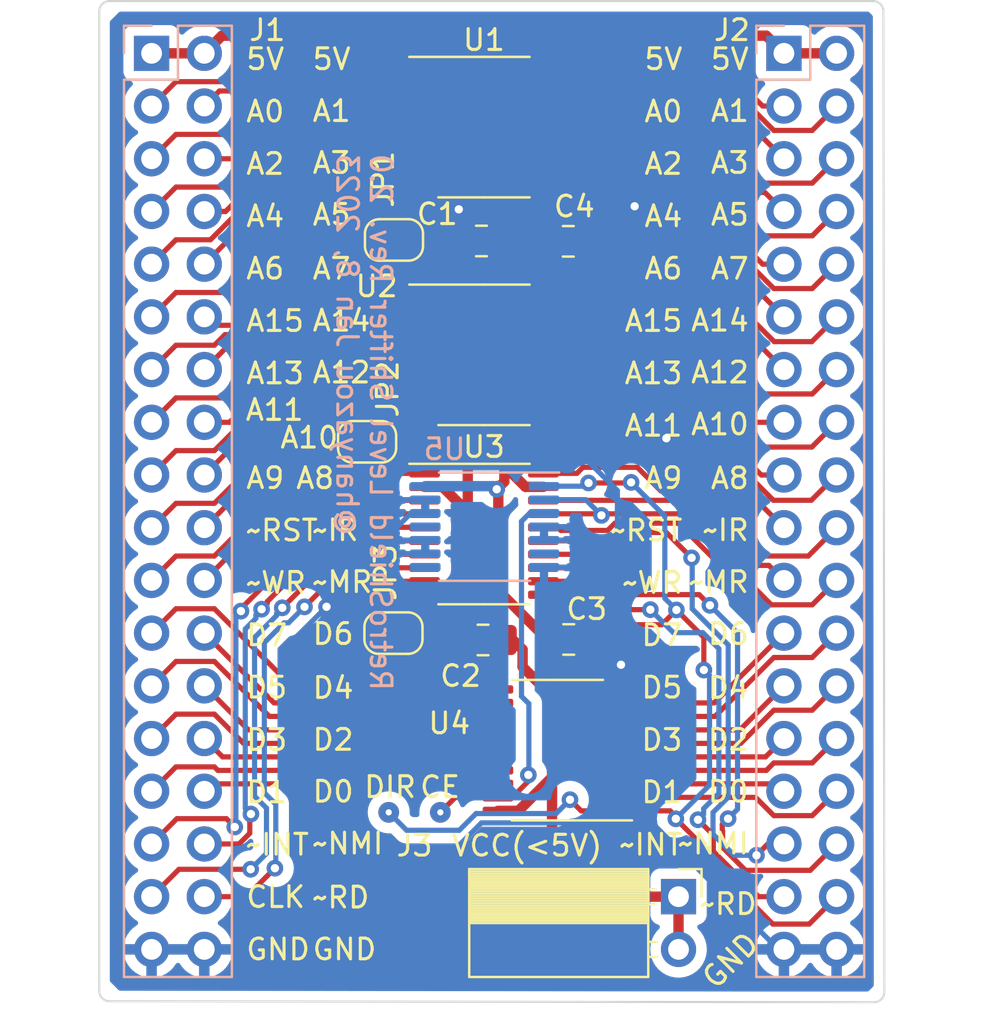
<source format=kicad_pcb>
(kicad_pcb (version 20211014) (generator pcbnew)
  (layers (0 "F.Cu" signal) (31 "B.Cu" signal) (34 "B.Paste" user) (35 "F.Paste" user) (36 "B.SilkS" user "B.Silkscreen") (37 "F.SilkS" user "F.Silkscreen") (38 "B.Mask" user) (39 "F.Mask" user) (44 "Edge.Cuts" user))
  (net 0 "")
  (net 1 "GND")
  (net 2 "+5V")
  (net 3 "A0_5V")
  (net 4 "A2_5V")
  (net 5 "A4_5V")
  (net 6 "A6_5V")
  (net 7 "A15_5V")
  (net 8 "A13_5V")
  (net 9 "A11_5V")
  (net 10 "A9_5V")
  (net 11 "~RESET_5V")
  (net 12 "~WR_5V")
  (net 13 "D7_5V")
  (net 14 "D5_5V")
  (net 15 "D3_5V")
  (net 16 "D1_5V")
  (net 17 "~INT_5V")
  (net 18 "CLK_5V")
  (net 19 "~RD_5V")
  (net 20 "~NMI_5V")
  (net 21 "D0_5V")
  (net 22 "D2_5V")
  (net 23 "D4_5V")
  (net 24 "D6_5V")
  (net 25 "~MREQ_5V")
  (net 26 "~IORQ_5V")
  (net 27 "A8_5V")
  (net 28 "A10_5V")
  (net 29 "A12_5V")
  (net 30 "A14_5V")
  (net 31 "A7_5V")
  (net 32 "A5_5V")
  (net 33 "A3_5V")
  (net 34 "A1_5V")
  (net 35 "A0")
  (net 36 "A2")
  (net 37 "A4")
  (net 38 "A6")
  (net 39 "A15")
  (net 40 "A13")
  (net 41 "A11")
  (net 42 "A9")
  (net 43 "~RESET")
  (net 44 "~WR")
  (net 45 "D7")
  (net 46 "D5")
  (net 47 "D3")
  (net 48 "D1")
  (net 49 "~INT")
  (net 50 "CLK")
  (net 51 "~RD")
  (net 52 "~NMI")
  (net 53 "D0")
  (net 54 "D2")
  (net 55 "D4")
  (net 56 "D6")
  (net 57 "~MREQ")
  (net 58 "~IORQ")
  (net 59 "A8")
  (net 60 "A10")
  (net 61 "A12")
  (net 62 "A14")
  (net 63 "A7")
  (net 64 "A5")
  (net 65 "A3")
  (net 66 "A1")
  (net 67 "+3V3")
  (net 68 "ENABLE1")
  (net 69 "ENABLE2")
  (net 70 "ENABLE3")
  (net 71 "~CE")
  (footprint "Connector_PinSocket_2.54mm:PinSocket_1x02_P2.54mm_Horizontal" (layer "F.Cu") (at 78.2 84.84)
    (fp_text reference "J3")
    (fp_text value "Conn_01x02")
  )
  (footprint "Jumper:SolderJumper-2_P1.3mm_Bridged_RoundedPad1.0x1.5mm" (layer "F.Cu") (at 63.1886 62.9198)
    (fp_text reference "JP2")
    (fp_text value "Jumper_2_Bridged")
  )
  (footprint "Capacitor_SMD:C_0805_2012Metric_Pad1.18x1.45mm_HandSolder" (layer "F.Cu") (at 68.7004 53.2424 180)
    (fp_text reference "C1")
    (fp_text value "100nF")
  )
  (footprint "Capacitor_SMD:C_0805_2012Metric_Pad1.18x1.45mm_HandSolder" (layer "F.Cu") (at 72.9075 72.446)
    (fp_text reference "C3")
    (fp_text value "100nF")
  )
  (footprint "Package_SO:TSSOP-20_4.4x6.5mm_P0.65mm" (layer "F.Cu") (at 68.822 58.73)
    (fp_text reference "U2")
    (fp_text value "TXS0108EPW")
  )
  (footprint "Capacitor_SMD:C_0805_2012Metric_Pad1.18x1.45mm_HandSolder" (layer "F.Cu") (at 68.7766 72.4702 180)
    (fp_text reference "C2")
    (fp_text value "100nF")
  )
  (footprint "Capacitor_SMD:C_0805_2012Metric_Pad1.18x1.45mm_HandSolder" (layer "F.Cu") (at 72.886 53.259)
    (fp_text reference "C4")
    (fp_text value "100nF")
  )
  (footprint "Jumper:SolderJumper-2_P1.3mm_Bridged_RoundedPad1.0x1.5mm" (layer "F.Cu") (at 64.4586 72.14)
    (fp_text reference "JP3")
    (fp_text value "Jumper_2_Bridged")
  )
  (footprint "Jumper:SolderJumper-2_P1.3mm_Bridged_RoundedPad1.0x1.5mm" (layer "F.Cu") (at 64.484 53.1916)
    (fp_text reference "JP1")
    (fp_text value "Jumper_2_Bridged")
  )
  (footprint "Package_SO:TSSOP-20_4.4x6.5mm_P0.65mm" (layer "F.Cu") (at 68.822 47.756)
    (fp_text reference "U1")
    (fp_text value "TXS0108EPW")
  )
  (footprint "Package_SO:TSSOP-20_4.4x6.5mm_P0.65mm" (layer "F.Cu") (at 68.822 67.366)
    (fp_text reference "U3")
    (fp_text value "TXS0108EPW")
  )
  (footprint "Package_SO:TSSOP-20_4.4x6.5mm_P0.65mm" (layer "F.Cu") (at 72.358 77.7788 180)
    (fp_text reference "U4")
    (fp_text value "74VHCV245FT")
  )
  (footprint "Connector_PinSocket_2.54mm:PinSocket_2x18_P2.54mm_Vertical" (layer "B.Cu") (at 52.8 44.2 180)
    (fp_text reference "J1")
    (fp_text value "Conn_02x18_Odd_Even")
  )
  (footprint "Package_SO:TSSOP-14_4.4x5mm_P0.65mm" (layer "B.Cu") (at 68.8528 67.0092 180)
    (fp_text reference "U5")
    (fp_text value "74HC08")
  )
  (footprint "Connector_PinSocket_2.54mm:PinSocket_2x18_P2.54mm_Vertical" (layer "B.Cu") (at 83.28 44.2 180)
    (fp_text reference "J2")
    (fp_text value "Conn_02x18_Odd_Even")
  )
  (gr_line (start 50.776 41.68) (end 87.576 41.68) (layer "Edge.Cuts") (width 0.1))
  (gr_line (start 88.076 42.18) (end 88.122447 89.426447) (layer "Edge.Cuts") (width 0.1))
  (gr_arc (start 50.776 89.88) (mid 50.422494 89.733534) (end 50.276 89.38) (layer "Edge.Cuts") (width 0.1))
  (gr_line (start 87.622447 89.926447) (end 50.776 89.88) (layer "Edge.Cuts") (width 0.1))
  (gr_line (start 50.276 89.38) (end 50.276 42.18) (layer "Edge.Cuts") (width 0.1))
  (gr_arc (start 88.122447 89.426447) (mid 87.976 89.78) (end 87.622447 89.926447) (layer "Edge.Cuts") (width 0.1))
  (gr_arc (start 50.276 42.18) (mid 50.42246 41.82646) (end 50.776 41.68) (layer "Edge.Cuts") (width 0.1))
  (gr_arc (start 87.576 41.68) (mid 87.9296 41.826427) (end 88.076 42.18) (layer "Edge.Cuts") (width 0.1))
  (gr_text "RetroShield Level Shifter Rev. 2.0\n@hanyazou Jan 8, 2023" (at 63.0362 48.9498 -90) (layer "B.SilkS") (effects (font (size 1 1)) (justify right mirror)))
  (gr_text "GND" (at 81.8576 86.7704 45) (layer "F.SilkS") (effects (font (size 1 1)) (justify right)))
  (gr_text "A5" (at 60.476 51.98) (layer "F.SilkS") (effects (font (size 1 1)) (justify left)))
  (gr_text "D2" (at 60.476 77.28) (layer "F.SilkS") (effects (font (size 1 1)) (justify left)))
  (gr_text "A4" (at 78.476 52.050587) (layer "F.SilkS") (effects (font (size 1 1)) (justify right)))
  (gr_text "A3" (at 81.676 49.48) (layer "F.SilkS") (effects (font (size 1 1)) (justify right)))
  (gr_text "5V" (at 57.276 44.48) (layer "F.SilkS") (effects (font (size 1 1)) (justify left)))
  (gr_text "~WR" (at 57.276 69.71529) (layer "F.SilkS") (effects (font (size 1 1)) (justify left)))
  (gr_text "D6" (at 60.476 72.18) (layer "F.SilkS") (effects (font (size 1 1)) (justify left)))
  (gr_text "A4" (at 57.276 52.050587) (layer "F.SilkS") (effects (font (size 1 1)) (justify left)))
  (gr_text "A7" (at 81.676 54.58) (layer "F.SilkS") (effects (font (size 1 1)) (justify right)))
  (gr_text "A13" (at 57.276 59.621174) (layer "F.SilkS") (effects (font (size 1 1)) (justify left)))
  (gr_text "A10" (at 58.9214 62.7166) (layer "F.SilkS") (effects (font (size 1 1)) (justify left)))
  (gr_text "~RD" (at 60.476 84.88) (layer "F.SilkS") (effects (font (size 1 1)) (justify left)))
  (gr_text "A9" (at 57.276 64.668232) (layer "F.SilkS") (effects (font (size 1 1)) (justify left)))
  (gr_text "DIR" (at 62.96 79.5568) (layer "F.SilkS") (effects (font (size 1 1)) (justify left)))
  (gr_text "D0" (at 60.476 79.78) (layer "F.SilkS") (effects (font (size 1 1)) (justify left)))
  (gr_text "D1" (at 78.476 79.809406) (layer "F.SilkS") (effects (font (size 1 1)) (justify right)))
  (gr_text "A8" (at 81.676 64.68) (layer "F.SilkS") (effects (font (size 1 1)) (justify right)))
  (gr_text "~WR" (at 78.476 69.71529) (layer "F.SilkS") (effects (font (size 1 1)) (justify right)))
  (gr_text "~INT" (at 78.476 82.332935) (layer "F.SilkS") (effects (font (size 1 1)) (justify right)))
  (gr_text "VCC(<5V)" (at 67.176 82.38) (layer "F.SilkS") (effects (font (size 1 1)) (justify left)))
  (gr_text "~IR" (at 81.676 67.18) (layer "F.SilkS") (effects (font (size 1 1)) (justify right)))
  (gr_text "~RD" (at 82.0608 85.1956) (layer "F.SilkS") (effects (font (size 1 1)) (justify right)))
  (gr_text "A3" (at 60.476 49.48) (layer "F.SilkS") (effects (font (size 1 1)) (justify left)))
  (gr_text "~NMI" (at 60.476 82.28) (layer "F.SilkS") (effects (font (size 1 1)) (justify left)))
  (gr_text "D7" (at 78.476 72.238819) (layer "F.SilkS") (effects (font (size 1 1)) (justify right)))
  (gr_text "A2" (at 57.276 49.527058) (layer "F.SilkS") (effects (font (size 1 1)) (justify left)))
  (gr_text "D4" (at 60.476 74.78) (layer "F.SilkS") (effects (font (size 1 1)) (justify left)))
  (gr_text "5V" (at 60.476 44.48) (layer "F.SilkS") (effects (font (size 1 1)) (justify left)))
  (gr_text "5V" (at 81.676 44.48) (layer "F.SilkS") (effects (font (size 1 1)) (justify right)))
  (gr_text "5V" (at 78.476 44.48) (layer "F.SilkS") (effects (font (size 1 1)) (justify right)))
  (gr_text "~IR" (at 60.476 67.18) (layer "F.SilkS") (effects (font (size 1 1)) (justify left)))
  (gr_text "CE" (at 65.6524 79.5568) (layer "F.SilkS") (effects (font (size 1 1)) (justify left)))
  (gr_text "~NMI" (at 81.676 82.28) (layer "F.SilkS") (effects (font (size 1 1)) (justify right)))
  (gr_text "D6" (at 81.676 72.18) (layer "F.SilkS") (effects (font (size 1 1)) (justify right)))
  (gr_text "A0" (at 57.276 47.003529) (layer "F.SilkS") (effects (font (size 1 1)) (justify left)))
  (gr_text "A15" (at 78.476 57.097645) (layer "F.SilkS") (effects (font (size 1 1)) (justify right)))
  (gr_text "~RST" (at 78.476 67.191761) (layer "F.SilkS") (effects (font (size 1 1)) (justify right)))
  (gr_text "A1" (at 81.676 46.98) (layer "F.SilkS") (effects (font (size 1 1)) (justify right)))
  (gr_text "A11" (at 78.476 62.144703) (layer "F.SilkS") (effects (font (size 1 1)) (justify right)))
  (gr_text "D5" (at 57.276 74.762348) (layer "F.SilkS") (effects (font (size 1 1)) (justify left)))
  (gr_text "A2" (at 78.476 49.527058) (layer "F.SilkS") (effects (font (size 1 1)) (justify right)))
  (gr_text "A14" (at 60.476 57.08) (layer "F.SilkS") (effects (font (size 1 1)) (justify left)))
  (gr_text "GND" (at 60.476 87.38) (layer "F.SilkS") (effects (font (size 1 1)) (justify left)))
  (gr_text "A9" (at 78.476 64.668232) (layer "F.SilkS") (effects (font (size 1 1)) (justify right)))
  (gr_text "CLK" (at 57.276 84.856464) (layer "F.SilkS") (effects (font (size 1 1)) (justify left)))
  (gr_text "~RST" (at 57.276 67.191761) (layer "F.SilkS") (effects (font (size 1 1)) (justify left)))
  (gr_text "A8" (at 59.6834 64.6724) (layer "F.SilkS") (effects (font (size 1 1)) (justify left)))
  (gr_text "A7" (at 60.476 54.58) (layer "F.SilkS") (effects (font (size 1 1)) (justify left)))
  (gr_text "A5" (at 81.676 51.98) (layer "F.SilkS") (effects (font (size 1 1)) (justify right)))
  (gr_text "A12" (at 81.676 59.58) (layer "F.SilkS") (effects (font (size 1 1)) (justify right)))
  (gr_text "A6" (at 57.276 54.574116) (layer "F.SilkS") (effects (font (size 1 1)) (justify left)))
  (gr_text "D5" (at 78.476 74.762348) (layer "F.SilkS") (effects (font (size 1 1)) (justify right)))
  (gr_text "GND" (at 57.276 87.38) (layer "F.SilkS") (effects (font (size 1 1)) (justify left)))
  (gr_text "A15" (at 57.276 57.097645) (layer "F.SilkS") (effects (font (size 1 1)) (justify left)))
  (gr_text "A0" (at 78.476 47.003529) (layer "F.SilkS") (effects (font (size 1 1)) (justify right)))
  (gr_text "A12" (at 60.476 59.58) (layer "F.SilkS") (effects (font (size 1 1)) (justify left)))
  (gr_text "A13" (at 78.476 59.621174) (layer "F.SilkS") (effects (font (size 1 1)) (justify right)))
  (gr_text "~MR" (at 81.676 69.68) (layer "F.SilkS") (effects (font (size 1 1)) (justify right)))
  (gr_text "D3" (at 57.276 77.285877) (layer "F.SilkS") (effects (font (size 1 1)) (justify left)))
  (gr_text "~MR" (at 60.476 69.68) (layer "F.SilkS") (effects (font (size 1 1)) (justify left)))
  (gr_text "D3" (at 78.476 77.285877) (layer "F.SilkS") (effects (font (size 1 1)) (justify right)))
  (gr_text "~INT" (at 57.276 82.332935) (layer "F.SilkS") (effects (font (size 1 1)) (justify left)))
  (gr_text "D2" (at 81.676 77.28) (layer "F.SilkS") (effects (font (size 1 1)) (justify right)))
  (gr_text "A14" (at 81.676 57.08) (layer "F.SilkS") (effects (font (size 1 1)) (justify right)))
  (gr_text "D7" (at 57.276 72.238819) (layer "F.SilkS") (effects (font (size 1 1)) (justify left)))
  (gr_text "A11" (at 57.2506 61.382703) (layer "F.SilkS") (effects (font (size 1 1)) (justify left)))
  (gr_text "D0" (at 81.676 79.78) (layer "F.SilkS") (effects (font (size 1 1)) (justify right)))
  (gr_text "D4" (at 81.676 74.78) (layer "F.SilkS") (effects (font (size 1 1)) (justify right)))
  (gr_text "A1" (at 60.476 46.98) (layer "F.SilkS") (effects (font (size 1 1)) (justify left)))
  (gr_text "A6" (at 78.476 54.574116) (layer "F.SilkS") (effects (font (size 1 1)) (justify right)))
  (gr_text "D1" (at 57.276 79.809406) (layer "F.SilkS") (effects (font (size 1 1)) (justify left)))
  (gr_text "A10" (at 81.676 62.08) (layer "F.SilkS") (effects (font (size 1 1)) (justify right)))
  (segment (start 73.557 70.291) (end 73.945 70.679) (width 0.25) (layer "F.Cu") (net 1))
  (segment (start 77.3658 74.8538) (end 77.7936 74.426) (width 0.5) (layer "F.Cu") (net 1))
  (segment (start 61.2328 70.87) (end 61.2328 72.4194) (width 0.25) (layer "F.Cu") (net 1))
  (segment (start 75.2205 74.8538) (end 77.3658 74.8538) (width 0.5) (layer "F.Cu") (net 1))
  (segment (start 71.6845 61.655) (end 76.519 61.655) (width 0.25) (layer "F.Cu") (net 1))
  (segment (start 66.4437 73.7656) (end 67.7391 72.4702) (width 0.25) (layer "F.Cu") (net 1))
  (segment (start 73.0478 50.681) (end 73.9235 51.5567) (width 0.25) (layer "F.Cu") (net 1))
  (segment (start 71.6845 50.681) (end 73.0478 50.681) (width 0.25) (layer "F.Cu") (net 1))
  (segment (start 73.945 70.679) (end 73.945 72.446) (width 0.25) (layer "F.Cu") (net 1))
  (segment (start 77.7936 74.426) (end 77.7936 74.0196) (width 0.5) (layer "F.Cu") (net 1))
  (segment (start 74.208 72.446) (end 75.426 73.664) (width 0.25) (layer "F.Cu") (net 1))
  (segment (start 73.9235 53.259) (end 74.397 53.259) (width 0.25) (layer "F.Cu") (net 1))
  (segment (start 73.9235 51.5567) (end 73.9235 53.259) (width 0.25) (layer "F.Cu") (net 1))
  (segment (start 61.2328 72.4194) (end 62.579 73.7656) (width 0.25) (layer "F.Cu") (net 1))
  (segment (start 77.438 73.664) (end 75.426 73.664) (width 0.5) (layer "F.Cu") (net 1))
  (segment (start 62.579 73.7656) (end 66.4437 73.7656) (width 0.25) (layer "F.Cu") (net 1))
  (segment (start 71.6845 70.291) (end 73.557 70.291) (width 0.25) (layer "F.Cu") (net 1))
  (segment (start 67.6082 53.1877) (end 67.6629 53.2424) (width 0.25) (layer "F.Cu") (net 1))
  (segment (start 73.945 72.446) (end 74.208 72.446) (width 0.25) (layer "F.Cu") (net 1))
  (segment (start 77.7936 74.0196) (end 77.438 73.664) (width 0.5) (layer "F.Cu") (net 1))
  (segment (start 67.6082 51.7184) (end 67.6082 53.1877) (width 0.25) (layer "F.Cu") (net 1))
  (segment (start 76.519 61.655) (end 77.614 62.75) (width 0.25) (layer "F.Cu") (net 1))
  (segment (start 74.397 53.259) (end 76.085 51.571) (width 0.25) (layer "F.Cu") (net 1))
  (via (at 67.6082 51.7184) (size 0.8) (drill 0.4) (layers "F.Cu" "B.Cu") (net 1))
  (via (at 77.614 62.75) (size 0.8) (drill 0.4) (layers "F.Cu" "B.Cu") (net 1))
  (via (at 61.2328 70.87) (size 0.8) (drill 0.4) (layers "F.Cu" "B.Cu") (net 1))
  (via (at 75.426 73.664) (size 0.8) (drill 0.4) (layers "F.Cu" "B.Cu") (net 1))
  (via (at 76.085 51.571) (size 0.8) (drill 0.4) (layers "F.Cu" "B.Cu") (net 1))
  (segment (start 58.676 87.38) (end 55.34 87.38) (width 0.25) (layer "B.Cu") (net 1))
  (segment (start 73.394 62.996) (end 73.394 63.8542) (width 0.25) (layer "B.Cu") (net 1))
  (segment (start 61.2328 70.87) (end 63.7936 68.3092) (width 0.25) (layer "B.Cu") (net 1))
  (segment (start 61.2328 70.87) (end 59.8612 72.2416) (width 0.25) (layer "B.Cu") (net 1))
  (segment (start 62.068 83.988) (end 61.3514 84.7046) (width 0.25) (layer "B.Cu") (net 1))
  (segment (start 73.394 81.284) (end 74.0344 80.6436) (width 0.25) (layer "B.Cu") (net 1))
  (segment (start 75.2536 65.2693) (end 75.2536 67.9636) (width 0.25) (layer "B.Cu") (net 1))
  (segment (start 68.0146 51.312) (end 75.826 51.312) (width 0.25) (layer "B.Cu") (net 1))
  (segment (start 52.8 87.38) (end 55.34 87.38) (width 0.25) (layer "B.Cu") (net 1))
  (segment (start 64.4436 66.186) (end 64.9204 65.7092) (width 0.25) (layer "B.Cu") (net 1))
  (segment (start 73.8385 63.8542) (end 75.2536 65.2693) (width 0.25) (layer "B.Cu") (net 1))
  (segment (start 61.3514 83.374495) (end 61.3514 84.7046) (width 0.25) (layer "B.Cu") (net 1))
  (segment (start 59.8612 72.2416) (end 59.8612 81.884295) (width 0.25) (layer "B.Cu") (net 1))
  (segment (start 73.394 69.8232) (end 73.394 75.188) (width 0.25) (layer "B.Cu") (net 1))
  (segment (start 74.0852 62.3048) (end 73.394 62.996) (width 0.25) (layer "B.Cu") (net 1))
  (segment (start 73.008 67.6592) (end 71.7153 67.6592) (width 0.25) (layer "B.Cu") (net 1))
  (segment (start 68.7004 81.284) (end 65.9964 83.988) (width 0.25) (layer "B.Cu") (net 1))
  (segment (start 61.3514 84.7046) (end 58.676 87.38) (width 0.25) (layer "B.Cu") (net 1))
  (segment (start 73.394 81.284) (end 76.920695 81.284) (width 0.25) (layer "B.Cu") (net 1))
  (segment (start 75.2536 67.9636) (end 73.394 69.8232) (width 0.25) (layer "B.Cu") (net 1))
  (segment (start 73.394 67.2324) (end 73.1708 67.0092) (width 0.25) (layer "B.Cu") (net 1))
  (segment (start 73.394 68.0452) (end 73.008 67.6592) (width 0.25) (layer "B.Cu") (net 1))
  (segment (start 77.614 62.75) (end 75.7028 62.75) (width 0.25) (layer "B.Cu") (net 1))
  (segment (start 72.9364 68.9592) (end 71.7153 68.9592) (width 0.25) (layer "B.Cu") (net 1))
  (segment (start 73.394 69.4168) (end 73.394 68.7056) (width 0.25) (layer "B.Cu") (net 1))
  (segment (start 64.4436 67.217359) (end 65.301759 66.3592) (width 0.25) (layer "B.Cu") (net 1))
  (segment (start 74.0344 75.8284) (end 73.394 75.188) (width 0.25) (layer "B.Cu") (net 1))
  (segment (start 75.826 51.312) (end 76.085 51.571) (width 0.25) (layer "B.Cu") (net 1))
  (segment (start 74.0852 53.5708) (end 74.0852 62.3048) (width 0.25) (layer "B.Cu") (net 1))
  (segment (start 63.7936 68.3092) (end 65.9903 68.3092) (width 0.25) (layer "B.Cu") (net 1))
  (segment (start 73.394 68.7056) (end 73.394 67.2324) (width 0.25) (layer "B.Cu") (net 1))
  (segment (start 65.9964 83.988) (end 62.068 83.988) (width 0.25) (layer "B.Cu") (net 1))
  (segment (start 73.394 63.8542) (end 73.8385 63.8542) (width 0.25) (layer "B.Cu") (net 1))
  (segment (start 83.28 87.38) (end 85.82 87.38) (width 0.25) (layer "B.Cu") (net 1))
  (segment (start 65.301759 66.3592) (end 65.9903 66.3592) (width 0.25) (layer "B.Cu") (net 1))
  (segment (start 75.7028 62.75) (end 74.5986 63.8542) (width 0.25) (layer "B.Cu") (net 1))
  (segment (start 64.4436 67.217359) (end 64.4436 66.186) (width 0.25) (layer "B.Cu") (net 1))
  (segment (start 63.7936 68.3092) (end 64.4436 67.6592) (width 0.25) (layer "B.Cu") (net 1))
  (segment (start 64.4436 67.6592) (end 64.4436 67.217359) (width 0.25) (layer "B.Cu") (net 1))
  (segment (start 83.016695 87.38) (end 83.28 87.38) (width 0.25) (layer "B.Cu") (net 1))
  (segment (start 74.918 73.664) (end 73.394 75.188) (width 0.25) (layer "B.Cu") (net 1))
  (segment (start 67.6082 51.7184) (end 68.0146 51.312) (width 0.25) (layer "B.Cu") (net 1))
  (segment (start 73.394 81.284) (end 68.7004 81.284) (width 0.25) (layer "B.Cu") (net 1))
  (segment (start 59.8612 81.884295) (end 61.3514 83.374495) (width 0.25) (layer "B.Cu") (net 1))
  (segment (start 73.394 68.7056) (end 73.394 68.0452) (width 0.25) (layer "B.Cu") (net 1))
  (segment (start 74.5986 63.8542) (end 73.394 63.8542) (width 0.25) (layer "B.Cu") (net 1))
  (segment (start 76.085 51.571) (end 74.0852 53.5708) (width 0.25) (layer "B.Cu") (net 1))
  (segment (start 73.394 69.8232) (end 73.394 69.4168) (width 0.25) (layer "B.Cu") (net 1))
  (segment (start 64.4436 67.6592) (end 65.9903 67.6592) (width 0.25) (layer "B.Cu") (net 1))
  (segment (start 75.426 73.664) (end 74.918 73.664) (width 0.25) (layer "B.Cu") (net 1))
  (segment (start 76.920695 81.284) (end 83.016695 87.38) (width 0.25) (layer "B.Cu") (net 1))
  (segment (start 73.1708 67.0092) (end 71.7153 67.0092) (width 0.25) (layer "B.Cu") (net 1))
  (segment (start 64.9204 65.7092) (end 65.9903 65.7092) (width 0.25) (layer "B.Cu") (net 1))
  (segment (start 74.0344 80.6436) (end 74.0344 75.8284) (width 0.25) (layer "B.Cu") (net 1))
  (segment (start 73.394 69.4168) (end 72.9364 68.9592) (width 0.25) (layer "B.Cu") (net 1))
  (segment (start 70.819183 65.091) (end 71.6845 65.091) (width 0.5) (layer "F.Cu") (net 2))
  (segment (start 69.8044 44.466217) (end 69.8044 43.35) (width 0.5) (layer "F.Cu") (net 2))
  (segment (start 56.19 43.35) (end 55.34 44.2) (width 0.5) (layer "F.Cu") (net 2))
  (segment (start 83.28 44.2) (end 82.43 43.35) (width 0.5) (layer "F.Cu") (net 2))
  (segment (start 69.8044 44.466217) (end 69.8044 51.2149) (width 0.5) (layer "F.Cu") (net 2))
  (segment (start 69.8044 64.076217) (end 69.8044 56.0246) (width 0.5) (layer "F.Cu") (net 2))
  (segment (start 69.8044 64.8384) (end 69.437 65.2058) (width 0.5) (layer "F.Cu") (net 2))
  (segment (start 70.7202 56.455) (end 71.6845 56.455) (width 0.5) (layer "F.Cu") (net 2))
  (segment (start 52.8 44.2) (end 55.34 44.2) (width 0.5) (layer "F.Cu") (net 2))
  (segment (start 69.8044 64.076217) (end 70.819183 65.091) (width 0.5) (layer "F.Cu") (net 2))
  (segment (start 69.8044 43.35) (end 56.19 43.35) (width 0.5) (layer "F.Cu") (net 2))
  (segment (start 70.819183 45.481) (end 69.8044 44.466217) (width 0.5) (layer "F.Cu") (net 2))
  (segment (start 69.5132 70.0892) (end 71.87 72.446) (width 0.5) (layer "F.Cu") (net 2))
  (segment (start 82.43 43.35) (end 69.8044 43.35) (width 0.5) (layer "F.Cu") (net 2))
  (segment (start 69.5132 65.282) (end 69.5132 70.0892) (width 0.5) (layer "F.Cu") (net 2))
  (segment (start 69.8044 64.076217) (end 69.8044 64.8384) (width 0.5) (layer "F.Cu") (net 2))
  (segment (start 85.82 44.2) (end 83.28 44.2) (width 0.5) (layer "F.Cu") (net 2))
  (segment (start 69.8044 56.0246) (end 71.8485 53.9805) (width 0.5) (layer "F.Cu") (net 2))
  (segment (start 71.6845 45.481) (end 70.819183 45.481) (width 0.5) (layer "F.Cu") (net 2))
  (segment (start 71.8485 53.9805) (end 71.8485 53.259) (width 0.5) (layer "F.Cu") (net 2))
  (segment (start 69.8044 51.2149) (end 71.8485 53.259) (width 0.5) (layer "F.Cu") (net 2))
  (segment (start 69.8434 57.3318) (end 70.7202 56.455) (width 0.5) (layer "F.Cu") (net 2))
  (segment (start 69.437 65.2058) (end 69.5132 65.282) (width 0.5) (layer "F.Cu") (net 2))
  (via (at 69.437 65.2058) (size 0.8) (drill 0.4) (layers "F.Cu" "B.Cu") (net 2))
  (segment (start 69.2904 65.0592) (end 65.9903 65.0592) (width 0.5) (layer "B.Cu") (net 2))
  (segment (start 69.437 65.2058) (end 69.2904 65.0592) (width 0.5) (layer "B.Cu") (net 2))
  (segment (start 71.6845 44.831) (end 79.7708 44.831) (width 0.25) (layer "F.Cu") (net 3))
  (segment (start 79.7708 44.831) (end 80.6208 45.681) (width 0.25) (layer "F.Cu") (net 3))
  (segment (start 81.195695 45.681) (end 82.254695 46.74) (width 0.25) (layer "F.Cu") (net 3))
  (segment (start 82.254695 46.74) (end 83.28 46.74) (width 0.25) (layer "F.Cu") (net 3))
  (segment (start 80.6208 45.681) (end 81.195695 45.681) (width 0.25) (layer "F.Cu") (net 3))
  (segment (start 71.6845 46.781) (end 80.781 46.781) (width 0.25) (layer "F.Cu") (net 4))
  (segment (start 80.781 46.781) (end 83.28 49.28) (width 0.25) (layer "F.Cu") (net 4))
  (segment (start 77.248487 48.081) (end 80.072487 50.905) (width 0.25) (layer "F.Cu") (net 5))
  (segment (start 71.6845 48.081) (end 77.248487 48.081) (width 0.25) (layer "F.Cu") (net 5))
  (segment (start 80.072487 50.905) (end 82.365 50.905) (width 0.25) (layer "F.Cu") (net 5))
  (segment (start 82.365 50.905) (end 83.28 51.82) (width 0.25) (layer "F.Cu") (net 5))
  (segment (start 77.275695 49.381) (end 82.254695 54.36) (width 0.25) (layer "F.Cu") (net 6))
  (segment (start 71.6845 49.381) (end 77.275695 49.381) (width 0.25) (layer "F.Cu") (net 6))
  (segment (start 82.254695 54.36) (end 83.28 54.36) (width 0.25) (layer "F.Cu") (net 6))
  (segment (start 71.6845 55.805) (end 82.185 55.805) (width 0.25) (layer "F.Cu") (net 7))
  (segment (start 82.185 55.805) (end 83.28 56.9) (width 0.25) (layer "F.Cu") (net 7))
  (segment (start 81.595 57.755) (end 83.28 59.44) (width 0.25) (layer "F.Cu") (net 8))
  (segment (start 71.6845 57.755) (end 81.595 57.755) (width 0.25) (layer "F.Cu") (net 8))
  (segment (start 71.6845 59.055) (end 77.996988 59.055) (width 0.25) (layer "F.Cu") (net 9))
  (segment (start 80.921988 61.98) (end 83.28 61.98) (width 0.25) (layer "F.Cu") (net 9))
  (segment (start 77.996988 59.055) (end 80.921988 61.98) (width 0.25) (layer "F.Cu") (net 9))
  (segment (start 78.024196 60.355) (end 82.189196 64.52) (width 0.25) (layer "F.Cu") (net 10))
  (segment (start 82.189196 64.52) (end 83.28 64.52) (width 0.25) (layer "F.Cu") (net 10))
  (segment (start 71.6845 60.355) (end 78.024196 60.355) (width 0.25) (layer "F.Cu") (net 10))
  (segment (start 76.214305 64.1506) (end 77.354705 65.291) (width 0.25) (layer "F.Cu") (net 11))
  (segment (start 81.511 65.291) (end 83.28 67.06) (width 0.25) (layer "F.Cu") (net 11))
  (segment (start 73.590293 64.1506) (end 76.214305 64.1506) (width 0.25) (layer "F.Cu") (net 11))
  (segment (start 77.354705 65.291) (end 81.511 65.291) (width 0.25) (layer "F.Cu") (net 11))
  (segment (start 71.6845 64.441) (end 73.299893 64.441) (width 0.25) (layer "F.Cu") (net 11))
  (segment (start 73.299893 64.441) (end 73.590293 64.1506) (width 0.25) (layer "F.Cu") (net 11))
  (segment (start 80.854596 68.875) (end 82.555 68.875) (width 0.25) (layer "F.Cu") (net 12))
  (segment (start 71.6845 66.391) (end 78.370596 66.391) (width 0.25) (layer "F.Cu") (net 12))
  (segment (start 78.370596 66.391) (end 80.854596 68.875) (width 0.25) (layer "F.Cu") (net 12))
  (segment (start 82.555 68.875) (end 83.28 69.6) (width 0.25) (layer "F.Cu") (net 12))
  (via (at 74.483 66.4655) (size 0.8) (drill 0.4) (layers "F.Cu" "B.Cu") (net 12))
  (segment (start 74.483 66.4655) (end 73.7267 65.7092) (width 0.25) (layer "B.Cu") (net 12))
  (segment (start 73.7267 65.7092) (end 71.7153 65.7092) (width 0.25) (layer "B.Cu") (net 12))
  (segment (start 75.2205 75.5038) (end 79.9162 75.5038) (width 0.25) (layer "F.Cu") (net 13))
  (segment (start 79.9162 75.5038) (end 83.28 72.14) (width 0.25) (layer "F.Cu") (net 13))
  (segment (start 75.2205 76.8038) (end 81.1562 76.8038) (width 0.25) (layer "F.Cu") (net 14))
  (segment (start 81.1562 76.8038) (end 83.28 74.68) (width 0.25) (layer "F.Cu") (net 14))
  (segment (start 75.2205 78.1038) (end 82.3962 78.1038) (width 0.25) (layer "F.Cu") (net 15))
  (segment (start 82.3962 78.1038) (end 83.28 77.22) (width 0.25) (layer "F.Cu") (net 15))
  (segment (start 75.2205 79.4038) (end 82.9238 79.4038) (width 0.25) (layer "F.Cu") (net 16))
  (segment (start 82.9238 79.4038) (end 83.28 79.76) (width 0.25) (layer "F.Cu") (net 16))
  (segment (start 82.5047 82.3) (end 83.28 82.3) (width 0.25) (layer "F.Cu") (net 17))
  (segment (start 74.919201 67.691) (end 71.6845 67.691) (width 0.25) (layer "F.Cu") (net 17))
  (segment (start 78.830701 68.512099) (end 77.609602 67.291) (width 0.25) (layer "F.Cu") (net 17))
  (segment (start 77.609602 67.291) (end 75.319201 67.291) (width 0.25) (layer "F.Cu") (net 17))
  (segment (start 75.319201 67.291) (end 74.919201 67.691) (width 0.25) (layer "F.Cu") (net 17))
  (segment (start 81.9592 82.8455) (end 82.5047 82.3) (width 0.25) (layer "F.Cu") (net 17))
  (via (at 81.9592 82.8455) (size 0.8) (drill 0.4) (layers "F.Cu" "B.Cu") (net 17))
  (via (at 78.830701 68.512099) (size 0.8) (drill 0.4) (layers "F.Cu" "B.Cu") (net 17))
  (segment (start 79.8626 81.829) (end 79.8626 80.780495) (width 0.25) (layer "B.Cu") (net 17))
  (segment (start 81.9592 82.8455) (end 80.8791 82.8455) (width 0.25) (layer "B.Cu") (net 17))
  (segment (start 78.8604 68.541798) (end 78.830701 68.512099) (width 0.25) (layer "B.Cu") (net 17))
  (segment (start 79.8626 80.780495) (end 80.5948 80.048295) (width 0.25) (layer "B.Cu") (net 17))
  (segment (start 80.8791 82.8455) (end 79.8626 81.829) (width 0.25) (layer "B.Cu") (net 17))
  (segment (start 80.5948 72.704604) (end 78.8604 70.970204) (width 0.25) (layer "B.Cu") (net 17))
  (segment (start 80.5948 80.048295) (end 80.5948 72.704604) (width 0.25) (layer "B.Cu") (net 17))
  (segment (start 78.8604 70.970204) (end 78.8604 68.541798) (width 0.25) (layer "B.Cu") (net 17))
  (segment (start 76.8417 71.0091) (end 75.927496 71.0091) (width 0.25) (layer "F.Cu") (net 18))
  (segment (start 79.8764 81.8699) (end 79.8764 82.6556) (width 0.25) (layer "F.Cu") (net 18))
  (segment (start 75.927496 71.0091) (end 73.909396 68.991) (width 0.25) (layer "F.Cu") (net 18))
  (segment (start 79.8764 82.6556) (end 82.0608 84.84) (width 0.25) (layer "F.Cu") (net 18))
  (segment (start 73.909396 68.991) (end 71.6845 68.991) (width 0.25) (layer "F.Cu") (net 18))
  (segment (start 79.1381 81.1316) (end 79.8764 81.8699) (width 0.25) (layer "F.Cu") (net 18))
  (segment (start 82.0608 84.84) (end 83.28 84.84) (width 0.25) (layer "F.Cu") (net 18))
  (via (at 79.1381 81.1316) (size 0.8) (drill 0.4) (layers "F.Cu" "B.Cu") (net 18))
  (via (at 76.8417 71.0091) (size 0.8) (drill 0.4) (layers "F.Cu" "B.Cu") (net 18))
  (segment (start 77.950121 72.117521) (end 79.371321 72.117521) (width 0.25) (layer "B.Cu") (net 18))
  (segment (start 80.1448 72.891) (end 80.1448 79.861899) (width 0.25) (layer "B.Cu") (net 18))
  (segment (start 79.4126 80.8571) (end 79.1381 81.1316) (width 0.25) (layer "B.Cu") (net 18))
  (segment (start 79.4126 80.594099) (end 79.4126 80.8571) (width 0.25) (layer "B.Cu") (net 18))
  (segment (start 79.371321 72.117521) (end 80.1448 72.891) (width 0.25) (layer "B.Cu") (net 18))
  (segment (start 80.1448 79.861899) (end 79.4126 80.594099) (width 0.25) (layer "B.Cu") (net 18))
  (segment (start 76.8417 71.0091) (end 77.950121 72.117521) (width 0.25) (layer "B.Cu") (net 18))
  (segment (start 73.923 69.641) (end 71.6845 69.641) (width 0.25) (layer "F.Cu") (net 19))
  (segment (start 78.06944 80.97564) (end 77.7976 80.7038) (width 0.25) (layer "F.Cu") (net 19))
  (segment (start 79.4264 82.841996) (end 79.4264 82.444498) (width 0.25) (layer "F.Cu") (net 19))
  (segment (start 77.3867 71.7341) (end 76.0161 71.7341) (width 0.25) (layer "F.Cu") (net 19))
  (segment (start 79.4264 82.444498) (end 78.06944 81.087538) (width 0.25) (layer "F.Cu") (net 19))
  (segment (start 77.7976 80.7038) (end 75.2205 80.7038) (width 0.25) (layer "F.Cu") (net 19))
  (segment (start 73.86295 64.903248) (end 75.886352 64.903248) (width 0.25) (layer "F.Cu") (net 19))
  (segment (start 82.745204 86.1608) (end 79.4264 82.841996) (width 0.25) (layer "F.Cu") (net 19))
  (segment (start 78.0984 71.0224) (end 77.3867 71.7341) (width 0.25) (layer "F.Cu") (net 19))
  (segment (start 76.0161 71.7341) (end 73.923 69.641) (width 0.25) (layer "F.Cu") (net 19))
  (segment (start 85.82 84.84) (end 84.4992 86.1608) (width 0.25) (layer "F.Cu") (net 19))
  (segment (start 84.4992 86.1608) (end 82.745204 86.1608) (width 0.25) (layer "F.Cu") (net 19))
  (segment (start 78.0984 71.0224) (end 79.4203 72.3443) (width 0.25) (layer "F.Cu") (net 19))
  (segment (start 75.886352 64.903248) (end 75.914 64.8756) (width 0.25) (layer "F.Cu") (net 19))
  (segment (start 73.505 80.7038) (end 72.9676 80.1664) (width 0.25) (layer "F.Cu") (net 19))
  (segment (start 75.2205 80.7038) (end 73.505 80.7038) (width 0.25) (layer "F.Cu") (net 19))
  (segment (start 78.06944 81.087538) (end 78.06944 80.97564) (width 0.25) (layer "F.Cu") (net 19))
  (segment (start 79.4203 72.3443) (end 79.4203 73.918) (width 0.25) (layer "F.Cu") (net 19))
  (via (at 73.86295 64.903248) (size 0.8) (drill 0.4) (layers "F.Cu" "B.Cu") (net 19))
  (via (at 64.23 80.776) (size 1) (drill 0.3) (layers "F.Cu" "B.Cu") (net 19))
  (via (at 78.06944 81.087538) (size 0.8) (drill 0.4) (layers "F.Cu" "B.Cu") (net 19))
  (via (at 78.0984 71.0224) (size 0.8) (drill 0.4) (layers "F.Cu" "B.Cu") (net 19))
  (via (at 79.4203 73.918) (size 0.8) (drill 0.4) (layers "F.Cu" "B.Cu") (net 19))
  (via (at 72.9676 80.1664) (size 0.8) (drill 0.4) (layers "F.Cu" "B.Cu") (net 19))
  (via (at 75.914 64.8756) (size 0.8) (drill 0.4) (layers "F.Cu" "B.Cu") (net 19))
  (segment (start 64.23 80.776) (end 65.0936 81.6396) (width 0.25) (layer "B.Cu") (net 19))
  (segment (start 79.4203 73.918) (end 79.6948 74.1925) (width 0.25) (layer "B.Cu") (net 19))
  (segment (start 73.706998 65.0592) (end 71.7153 65.0592) (width 0.25) (layer "B.Cu") (net 19))
  (segment (start 73.86295 64.903248) (end 73.706998 65.0592) (width 0.25) (layer "B.Cu") (net 19))
  (segment (start 72.3 80.834) (end 72.9676 80.1664) (width 0.25) (layer "B.Cu") (net 19))
  (segment (start 79.6948 79.462178) (end 78.06944 81.087538) (width 0.25) (layer "B.Cu") (net 19))
  (segment (start 65.0936 81.6396) (end 67.6336 81.6396) (width 0.25) (layer "B.Cu") (net 19))
  (segment (start 68.4392 80.834) (end 72.3 80.834) (width 0.25) (layer "B.Cu") (net 19))
  (segment (start 67.6336 81.6396) (end 68.4392 80.834) (width 0.25) (layer "B.Cu") (net 19))
  (segment (start 77.5396 66.5012) (end 75.914 64.8756) (width 0.25) (layer "B.Cu") (net 19))
  (segment (start 79.6948 74.1925) (end 79.6948 79.462178) (width 0.25) (layer "B.Cu") (net 19))
  (segment (start 78.0984 71.0224) (end 77.5396 70.4636) (width 0.25) (layer "B.Cu") (net 19))
  (segment (start 77.5396 70.4636) (end 77.5396 66.5012) (width 0.25) (layer "B.Cu") (net 19))
  (segment (start 75.838892 70.2841) (end 73.895792 68.341) (width 0.25) (layer "F.Cu") (net 20))
  (segment (start 80.3264 81.683504) (end 80.3264 82.469204) (width 0.25) (layer "F.Cu") (net 20))
  (segment (start 79.713004 70.79821) (end 79.708814 70.79821) (width 0.25) (layer "F.Cu") (net 20))
  (segment (start 81.427196 83.57) (end 84.55 83.57) (width 0.25) (layer "F.Cu") (net 20))
  (segment (start 80.3082 81.665304) (end 80.3264 81.683504) (width 0.25) (layer "F.Cu") (net 20))
  (segment (start 79.194704 70.2841) (end 75.838892 70.2841) (width 0.25) (layer "F.Cu") (net 20))
  (segment (start 79.708814 70.79821) (end 79.194704 70.2841) (width 0.25) (layer "F.Cu") (net 20))
  (segment (start 84.55 83.57) (end 85.82 82.3) (width 0.25) (layer "F.Cu") (net 20))
  (segment (start 80.3082 81.3602) (end 80.3082 81.665304) (width 0.25) (layer "F.Cu") (net 20))
  (segment (start 80.5876 81.0808) (end 80.3082 81.3602) (width 0.25) (layer "F.Cu") (net 20))
  (segment (start 80.3264 82.469204) (end 81.427196 83.57) (width 0.25) (layer "F.Cu") (net 20))
  (segment (start 73.895792 68.341) (end 71.6845 68.341) (width 0.25) (layer "F.Cu") (net 20))
  (via (at 79.713004 70.79821) (size 0.8) (drill 0.4) (layers "F.Cu" "B.Cu") (net 20))
  (via (at 80.5876 81.0808) (size 0.8) (drill 0.4) (layers "F.Cu" "B.Cu") (net 20))
  (segment (start 81.0448 80.6236) (end 80.5876 81.0808) (width 0.25) (layer "B.Cu") (net 20))
  (segment (start 79.713004 70.79821) (end 81.0448 72.130006) (width 0.25) (layer "B.Cu") (net 20))
  (segment (start 81.0448 72.130006) (end 81.0448 80.6236) (width 0.25) (layer "B.Cu") (net 20))
  (segment (start 84.645 80.935) (end 85.82 79.76) (width 0.25) (layer "F.Cu") (net 21))
  (segment (start 81.912099 80.0538) (end 82.793299 80.935) (width 0.25) (layer "F.Cu") (net 21))
  (segment (start 82.793299 80.935) (end 84.645 80.935) (width 0.25) (layer "F.Cu") (net 21))
  (segment (start 75.2205 80.0538) (end 81.912099 80.0538) (width 0.25) (layer "F.Cu") (net 21))
  (segment (start 82.793299 78.395) (end 84.645 78.395) (width 0.25) (layer "F.Cu") (net 22))
  (segment (start 84.645 78.395) (end 85.82 77.22) (width 0.25) (layer "F.Cu") (net 22))
  (segment (start 82.434499 78.7538) (end 82.793299 78.395) (width 0.25) (layer "F.Cu") (net 22))
  (segment (start 75.2205 78.7538) (end 82.434499 78.7538) (width 0.25) (layer "F.Cu") (net 22))
  (segment (start 75.2205 77.4538) (end 81.194499 77.4538) (width 0.25) (layer "F.Cu") (net 23))
  (segment (start 84.645 75.855) (end 85.82 74.68) (width 0.25) (layer "F.Cu") (net 23))
  (segment (start 81.194499 77.4538) (end 82.793299 75.855) (width 0.25) (layer "F.Cu") (net 23))
  (segment (start 82.793299 75.855) (end 84.645 75.855) (width 0.25) (layer "F.Cu") (net 23))
  (segment (start 82.793299 73.315) (end 84.645 73.315) (width 0.25) (layer "F.Cu") (net 24))
  (segment (start 75.2205 76.1538) (end 79.954499 76.1538) (width 0.25) (layer "F.Cu") (net 24))
  (segment (start 79.954499 76.1538) (end 82.793299 73.315) (width 0.25) (layer "F.Cu") (net 24))
  (segment (start 84.645 73.315) (end 85.82 72.14) (width 0.25) (layer "F.Cu") (net 24))
  (segment (start 82.677 70.775) (end 84.645 70.775) (width 0.25) (layer "F.Cu") (net 25))
  (segment (start 72.373041 67.041) (end 72.522541 67.1905) (width 0.25) (layer "F.Cu") (net 25))
  (segment (start 72.522541 67.1905) (end 74.783305 67.1905) (width 0.25) (layer "F.Cu") (net 25))
  (segment (start 71.6845 67.041) (end 72.373041 67.041) (width 0.25) (layer "F.Cu") (net 25))
  (segment (start 78.1842 66.841) (end 80.6682 69.325) (width 0.25) (layer "F.Cu") (net 25))
  (segment (start 74.783305 67.1905) (end 75.132805 66.841) (width 0.25) (layer "F.Cu") (net 25))
  (segment (start 75.132805 66.841) (end 78.1842 66.841) (width 0.25) (layer "F.Cu") (net 25))
  (segment (start 81.227 69.325) (end 82.677 70.775) (width 0.25) (layer "F.Cu") (net 25))
  (segment (start 80.6682 69.325) (end 81.227 69.325) (width 0.25) (layer "F.Cu") (net 25))
  (segment (start 84.645 70.775) (end 85.82 69.6) (width 0.25) (layer "F.Cu") (net 25))
  (segment (start 71.6845 65.741) (end 78.356992 65.741) (width 0.25) (layer "F.Cu") (net 26))
  (segment (start 78.356992 65.741) (end 81.040992 68.425) (width 0.25) (layer "F.Cu") (net 26))
  (segment (start 84.455 68.425) (end 85.82 67.06) (width 0.25) (layer "F.Cu") (net 26))
  (segment (start 81.040992 68.425) (end 84.455 68.425) (width 0.25) (layer "F.Cu") (net 26))
  (segment (start 71.6845 61.005) (end 78.0378 61.005) (width 0.25) (layer "F.Cu") (net 27))
  (segment (start 84.6008 65.7392) (end 85.82 64.52) (width 0.25) (layer "F.Cu") (net 27))
  (segment (start 82.772 65.7392) (end 84.6008 65.7392) (width 0.25) (layer "F.Cu") (net 27))
  (segment (start 78.0378 61.005) (end 82.772 65.7392) (width 0.25) (layer "F.Cu") (net 27))
  (segment (start 84.6262 63.1738) (end 85.82 61.98) (width 0.25) (layer "F.Cu") (net 28))
  (segment (start 71.6845 59.705) (end 78.010592 59.705) (width 0.25) (layer "F.Cu") (net 28))
  (segment (start 81.479392 63.1738) (end 84.6262 63.1738) (width 0.25) (layer "F.Cu") (net 28))
  (segment (start 78.010592 59.705) (end 81.479392 63.1738) (width 0.25) (layer "F.Cu") (net 28))
  (segment (start 84.645 60.615) (end 80.193384 60.615) (width 0.25) (layer "F.Cu") (net 29))
  (segment (start 77.983384 58.405) (end 71.6845 58.405) (width 0.25) (layer "F.Cu") (net 29))
  (segment (start 80.193384 60.615) (end 77.983384 58.405) (width 0.25) (layer "F.Cu") (net 29))
  (segment (start 85.82 59.44) (end 84.645 60.615) (width 0.25) (layer "F.Cu") (net 29))
  (segment (start 82.812099 58.0938) (end 84.6262 58.0938) (width 0.25) (layer "F.Cu") (net 30))
  (segment (start 84.6262 58.0938) (end 85.82 56.9) (width 0.25) (layer "F.Cu") (net 30))
  (segment (start 81.823299 57.105) (end 82.812099 58.0938) (width 0.25) (layer "F.Cu") (net 30))
  (segment (start 71.6845 57.105) (end 81.823299 57.105) (width 0.25) (layer "F.Cu") (net 30))
  (segment (start 77.289299 50.031) (end 82.793299 55.535) (width 0.25) (layer "F.Cu") (net 31))
  (segment (start 82.793299 55.535) (end 84.645 55.535) (width 0.25) (layer "F.Cu") (net 31))
  (segment (start 84.645 55.535) (end 85.82 54.36) (width 0.25) (layer "F.Cu") (net 31))
  (segment (start 71.6845 50.031) (end 77.289299 50.031) (width 0.25) (layer "F.Cu") (net 31))
  (segment (start 84.645 52.995) (end 85.82 51.82) (width 0.25) (layer "F.Cu") (net 32))
  (segment (start 77.262091 48.731) (end 81.526091 52.995) (width 0.25) (layer "F.Cu") (net 32))
  (segment (start 81.526091 52.995) (end 84.645 52.995) (width 0.25) (layer "F.Cu") (net 32))
  (segment (start 71.6845 48.731) (end 77.262091 48.731) (width 0.25) (layer "F.Cu") (net 32))
  (segment (start 71.6845 47.431) (end 77.234883 47.431) (width 0.25) (layer "F.Cu") (net 33))
  (segment (start 77.234883 47.431) (end 80.258883 50.455) (width 0.25) (layer "F.Cu") (net 33))
  (segment (start 80.258883 50.455) (end 84.645 50.455) (width 0.25) (layer "F.Cu") (net 33))
  (segment (start 84.645 50.455) (end 85.82 49.28) (width 0.25) (layer "F.Cu") (net 33))
  (segment (start 81.009299 46.131) (end 82.793299 47.915) (width 0.25) (layer "F.Cu") (net 34))
  (segment (start 71.6845 46.131) (end 81.009299 46.131) (width 0.25) (layer "F.Cu") (net 34))
  (segment (start 84.645 47.915) (end 85.82 46.74) (width 0.25) (layer "F.Cu") (net 34))
  (segment (start 82.793299 47.915) (end 84.645 47.915) (width 0.25) (layer "F.Cu") (net 34))
  (segment (start 65.9595 44.831) (end 65.270959 44.831) (width 0.25) (layer "F.Cu") (net 35))
  (segment (start 65.270959 44.831) (end 64.536959 45.565) (width 0.25) (layer "F.Cu") (net 35))
  (segment (start 53.975 45.565) (end 52.8 46.74) (width 0.25) (layer "F.Cu") (net 35))
  (segment (start 64.536959 45.565) (end 53.975 45.565) (width 0.25) (layer "F.Cu") (net 35))
  (segment (start 59.495117 46.781) (end 58.171117 48.105) (width 0.25) (layer "F.Cu") (net 36))
  (segment (start 58.171117 48.105) (end 53.975 48.105) (width 0.25) (layer "F.Cu") (net 36))
  (segment (start 65.9595 46.781) (end 59.495117 46.781) (width 0.25) (layer "F.Cu") (net 36))
  (segment (start 53.975 48.105) (end 52.8 49.28) (width 0.25) (layer "F.Cu") (net 36))
  (segment (start 53.975 50.645) (end 52.8 51.82) (width 0.25) (layer "F.Cu") (net 37))
  (segment (start 65.9595 48.081) (end 59.467909 48.081) (width 0.25) (layer "F.Cu") (net 37))
  (segment (start 59.467909 48.081) (end 56.903909 50.645) (width 0.25) (layer "F.Cu") (net 37))
  (segment (start 56.903909 50.645) (end 53.975 50.645) (width 0.25) (layer "F.Cu") (net 37))
  (segment (start 53.975 53.185) (end 52.8 54.36) (width 0.25) (layer "F.Cu") (net 38))
  (segment (start 55.636701 53.185) (end 53.975 53.185) (width 0.25) (layer "F.Cu") (net 38))
  (segment (start 59.440701 49.381) (end 55.636701 53.185) (width 0.25) (layer "F.Cu") (net 38))
  (segment (start 65.9595 49.381) (end 59.440701 49.381) (width 0.25) (layer "F.Cu") (net 38))
  (segment (start 53.975 55.725) (end 52.8 56.9) (width 0.25) (layer "F.Cu") (net 39))
  (segment (start 65.8795 55.725) (end 53.975 55.725) (width 0.25) (layer "F.Cu") (net 39))
  (segment (start 65.9595 55.805) (end 65.8795 55.725) (width 0.25) (layer "F.Cu") (net 39))
  (segment (start 56.336701 57.755) (end 55.826701 58.265) (width 0.25) (layer "F.Cu") (net 40))
  (segment (start 55.826701 58.265) (end 53.975 58.265) (width 0.25) (layer "F.Cu") (net 40))
  (segment (start 65.9595 57.755) (end 56.336701 57.755) (width 0.25) (layer "F.Cu") (net 40))
  (segment (start 53.975 58.265) (end 52.8 59.44) (width 0.25) (layer "F.Cu") (net 40))
  (segment (start 53.975 60.805) (end 52.8 61.98) (width 0.25) (layer "F.Cu") (net 41))
  (segment (start 57.093909 60.805) (end 53.975 60.805) (width 0.25) (layer "F.Cu") (net 41))
  (segment (start 65.9595 59.055) (end 58.843909 59.055) (width 0.25) (layer "F.Cu") (net 41))
  (segment (start 58.843909 59.055) (end 57.093909 60.805) (width 0.25) (layer "F.Cu") (net 41))
  (segment (start 58.816701 60.355) (end 55.826701 63.345) (width 0.25) (layer "F.Cu") (net 42))
  (segment (start 53.975 63.345) (end 52.8 64.52) (width 0.25) (layer "F.Cu") (net 42))
  (segment (start 55.826701 63.345) (end 53.975 63.345) (width 0.25) (layer "F.Cu") (net 42))
  (segment (start 65.9595 60.355) (end 58.816701 60.355) (width 0.25) (layer "F.Cu") (net 42))
  (segment (start 57.270701 64.441) (end 55.826701 65.885) (width 0.25) (layer "F.Cu") (net 43))
  (segment (start 65.9595 64.441) (end 57.270701 64.441) (width 0.25) (layer "F.Cu") (net 43))
  (segment (start 55.826701 65.885) (end 53.975 65.885) (width 0.25) (layer "F.Cu") (net 43))
  (segment (start 53.975 65.885) (end 52.8 67.06) (width 0.25) (layer "F.Cu") (net 43))
  (segment (start 53.975 68.425) (end 52.8 69.6) (width 0.25) (layer "F.Cu") (net 44))
  (segment (start 55.826701 68.425) (end 53.975 68.425) (width 0.25) (layer "F.Cu") (net 44))
  (segment (start 57.860701 66.391) (end 55.826701 68.425) (width 0.25) (layer "F.Cu") (net 44))
  (segment (start 65.9595 66.391) (end 57.860701 66.391) (width 0.25) (layer "F.Cu") (net 44))
  (segment (start 53.975 70.965) (end 52.8 72.14) (width 0.25) (layer "F.Cu") (net 45))
  (segment (start 69.4955 74.8538) (end 59.715501 74.8538) (width 0.25) (layer "F.Cu") (net 45))
  (segment (start 55.826701 70.965) (end 53.975 70.965) (width 0.25) (layer "F.Cu") (net 45))
  (segment (start 59.715501 74.8538) (end 55.826701 70.965) (width 0.25) (layer "F.Cu") (net 45))
  (segment (start 55.826701 73.505) (end 53.975 73.505) (width 0.25) (layer "F.Cu") (net 46))
  (segment (start 58.475501 76.1538) (end 55.826701 73.505) (width 0.25) (layer "F.Cu") (net 46))
  (segment (start 69.4955 76.1538) (end 58.475501 76.1538) (width 0.25) (layer "F.Cu") (net 46))
  (segment (start 53.975 73.505) (end 52.8 74.68) (width 0.25) (layer "F.Cu") (net 46))
  (segment (start 53.975 76.045) (end 52.8 77.22) (width 0.25) (layer "F.Cu") (net 47))
  (segment (start 69.4955 77.4538) (end 57.235501 77.4538) (width 0.25) (layer "F.Cu") (net 47))
  (segment (start 55.826701 76.045) (end 53.975 76.045) (width 0.25) (layer "F.Cu") (net 47))
  (segment (start 57.235501 77.4538) (end 55.826701 76.045) (width 0.25) (layer "F.Cu") (net 47))
  (segment (start 55.995501 78.7538) (end 55.826701 78.585) (width 0.25) (layer "F.Cu") (net 48))
  (segment (start 53.975 78.585) (end 52.8 79.76) (width 0.25) (layer "F.Cu") (net 48))
  (segment (start 55.826701 78.585) (end 53.975 78.585) (width 0.25) (layer "F.Cu") (net 48))
  (segment (start 69.4955 78.7538) (end 55.995501 78.7538) (width 0.25) (layer "F.Cu") (net 48))
  (segment (start 57.106618 71.078925) (end 57.106618 70.957274) (width 0.25) (layer "F.Cu") (net 49))
  (segment (start 60.372892 67.691) (end 65.9595 67.691) (width 0.25) (layer "F.Cu") (net 49))
  (segment (start 56.4068 81.0808) (end 54.0192 81.0808) (width 0.25) (layer "F.Cu") (net 49))
  (segment (start 57.106618 70.957274) (end 60.372892 67.691) (width 0.25) (layer "F.Cu") (net 49))
  (segment (start 56.808901 81.482901) (end 56.4068 81.0808) (width 0.25) (layer "F.Cu") (net 49))
  (segment (start 54.0192 81.0808) (end 52.8 82.3) (width 0.25) (layer "F.Cu") (net 49))
  (via (at 57.106618 71.078925) (size 0.8) (drill 0.4) (layers "F.Cu" "B.Cu") (net 49))
  (via (at 56.808901 81.482901) (size 0.8) (drill 0.4) (layers "F.Cu" "B.Cu") (net 49))
  (segment (start 56.864 81.427802) (end 56.864 71.321543) (width 0.25) (layer "B.Cu") (net 49))
  (segment (start 56.864 71.321543) (end 57.106618 71.078925) (width 0.25) (layer "B.Cu") (net 49))
  (segment (start 56.808901 81.482901) (end 56.864 81.427802) (width 0.25) (layer "B.Cu") (net 49))
  (segment (start 61.029 68.991) (end 65.9595 68.991) (width 0.25) (layer "F.Cu") (net 50))
  (segment (start 57.5752 83.5192) (end 54.1208 83.5192) (width 0.25) (layer "F.Cu") (net 50))
  (segment (start 59.0992 70.9208) (end 61.029 68.991) (width 0.25) (layer "F.Cu") (net 50))
  (segment (start 54.1208 83.5192) (end 52.8 84.84) (width 0.25) (layer "F.Cu") (net 50))
  (via (at 57.5752 83.5192) (size 0.8) (drill 0.4) (layers "F.Cu" "B.Cu") (net 50))
  (via (at 59.0992 70.9208) (size 0.8) (drill 0.4) (layers "F.Cu" "B.Cu") (net 50))
  (segment (start 58.3372 80.5728) (end 57.764 79.9996) (width 0.25) (layer "B.Cu") (net 50))
  (segment (start 58.826911 71.287591) (end 58.826911 71.193089) (width 0.25) (layer "B.Cu") (net 50))
  (segment (start 58.3372 82.7572) (end 58.3372 80.5728) (width 0.25) (layer "B.Cu") (net 50))
  (segment (start 57.764 72.350502) (end 58.826911 71.287591) (width 0.25) (layer "B.Cu") (net 50))
  (segment (start 57.5752 83.5192) (end 58.3372 82.7572) (width 0.25) (layer "B.Cu") (net 50))
  (segment (start 58.826911 71.193089) (end 59.0992 70.9208) (width 0.25) (layer "B.Cu") (net 50))
  (segment (start 57.764 79.9996) (end 57.764 72.350502) (width 0.25) (layer "B.Cu") (net 50))
  (segment (start 61.403598 69.641) (end 65.9595 69.641) (width 0.25) (layer "F.Cu") (net 51))
  (segment (start 58.7436 83.4684) (end 57.372 84.84) (width 0.25) (layer "F.Cu") (net 51))
  (segment (start 60.170299 70.874299) (end 61.403598 69.641) (width 0.25) (layer "F.Cu") (net 51))
  (segment (start 57.372 84.84) (end 55.34 84.84) (width 0.25) (layer "F.Cu") (net 51))
  (via (at 60.170299 70.874299) (size 0.8) (drill 0.4) (layers "F.Cu" "B.Cu") (net 51))
  (via (at 58.7436 83.4684) (size 0.8) (drill 0.4) (layers "F.Cu" "B.Cu") (net 51))
  (segment (start 58.7436 83.4684) (end 58.7872 83.4248) (width 0.25) (layer "B.Cu") (net 51))
  (segment (start 58.2356 72.5972) (end 59.187 71.6458) (width 0.25) (layer "B.Cu") (net 51))
  (segment (start 58.7872 83.4248) (end 58.7872 80.386404) (width 0.25) (layer "B.Cu") (net 51))
  (segment (start 58.7872 80.386404) (end 58.2356 79.834804) (width 0.25) (layer "B.Cu") (net 51))
  (segment (start 59.187 71.6458) (end 59.398798 71.6458) (width 0.25) (layer "B.Cu") (net 51))
  (segment (start 58.2356 79.834804) (end 58.2356 72.5972) (width 0.25) (layer "B.Cu") (net 51))
  (segment (start 59.398798 71.6458) (end 60.170299 70.874299) (width 0.25) (layer "B.Cu") (net 51))
  (segment (start 57.017107 82.3) (end 55.34 82.3) (width 0.25) (layer "F.Cu") (net 52))
  (segment (start 58.3742 70.620495) (end 60.653695 68.341) (width 0.25) (layer "F.Cu") (net 52))
  (segment (start 60.653695 68.341) (end 65.9595 68.341) (width 0.25) (layer "F.Cu") (net 52))
  (segment (start 57.5885 80.856476) (end 57.39814 81.046836) (width 0.25) (layer "F.Cu") (net 52))
  (segment (start 57.39814 81.046836) (end 57.533901 81.182596) (width 0.25) (layer "F.Cu") (net 52))
  (segment (start 58.101911 70.987286) (end 58.3742 70.714997) (width 0.25) (layer "F.Cu") (net 52))
  (segment (start 57.533901 81.182596) (end 57.533901 81.783206) (width 0.25) (layer "F.Cu") (net 52))
  (segment (start 57.533901 81.783206) (end 57.017107 82.3) (width 0.25) (layer "F.Cu") (net 52))
  (segment (start 58.3742 70.714997) (end 58.3742 70.620495) (width 0.25) (layer "F.Cu") (net 52))
  (via (at 57.5885 80.856476) (size 0.8) (drill 0.4) (layers "F.Cu" "B.Cu") (net 52))
  (via (at 58.101911 70.987286) (size 0.8) (drill 0.4) (layers "F.Cu" "B.Cu") (net 52))
  (segment (start 57.314 71.944) (end 57.831618 71.426382) (width 0.25) (layer "B.Cu") (net 52))
  (segment (start 57.5885 80.856476) (end 57.314 80.581976) (width 0.25) (layer "B.Cu") (net 52))
  (segment (start 57.831618 71.257579) (end 58.101911 70.987286) (width 0.25) (layer "B.Cu") (net 52))
  (segment (start 57.314 80.581976) (end 57.314 71.944) (width 0.25) (layer "B.Cu") (net 52))
  (segment (start 57.831618 71.426382) (end 57.831618 71.257579) (width 0.25) (layer "B.Cu") (net 52))
  (segment (start 55.6962 79.4038) (end 55.34 79.76) (width 0.25) (layer "F.Cu") (net 53))
  (segment (start 69.4955 79.4038) (end 55.6962 79.4038) (width 0.25) (layer "F.Cu") (net 53))
  (segment (start 56.2238 78.1038) (end 55.34 77.22) (width 0.25) (layer "F.Cu") (net 54))
  (segment (start 69.4955 78.1038) (end 56.2238 78.1038) (width 0.25) (layer "F.Cu") (net 54))
  (segment (start 69.4955 76.8038) (end 57.4638 76.8038) (width 0.25) (layer "F.Cu") (net 55))
  (segment (start 57.4638 76.8038) (end 55.34 74.68) (width 0.25) (layer "F.Cu") (net 55))
  (segment (start 55.34 72.14) (end 58.7038 75.5038) (width 0.25) (layer "F.Cu") (net 56))
  (segment (start 58.7038 75.5038) (end 69.4955 75.5038) (width 0.25) (layer "F.Cu") (net 56))
  (segment (start 57.899 67.041) (end 55.34 69.6) (width 0.25) (layer "F.Cu") (net 57))
  (segment (start 65.9595 67.041) (end 57.899 67.041) (width 0.25) (layer "F.Cu") (net 57))
  (segment (start 65.9595 65.741) (end 56.659 65.741) (width 0.25) (layer "F.Cu") (net 58))
  (segment (start 56.659 65.741) (end 55.34 67.06) (width 0.25) (layer "F.Cu") (net 58))
  (segment (start 58.855 61.005) (end 55.34 64.52) (width 0.25) (layer "F.Cu") (net 59))
  (segment (start 65.9595 61.005) (end 58.855 61.005) (width 0.25) (layer "F.Cu") (net 59))
  (segment (start 58.830305 59.705) (end 56.555305 61.98) (width 0.25) (layer "F.Cu") (net 60))
  (segment (start 56.555305 61.98) (end 55.34 61.98) (width 0.25) (layer "F.Cu") (net 60))
  (segment (start 65.9595 59.705) (end 58.830305 59.705) (width 0.25) (layer "F.Cu") (net 60))
  (segment (start 65.9595 58.405) (end 65.270959 58.405) (width 0.25) (layer "F.Cu") (net 61))
  (segment (start 65.070959 58.205) (end 56.575 58.205) (width 0.25) (layer "F.Cu") (net 61))
  (segment (start 65.270959 58.405) (end 65.070959 58.205) (width 0.25) (layer "F.Cu") (net 61))
  (segment (start 56.575 58.205) (end 55.34 59.44) (width 0.25) (layer "F.Cu") (net 61))
  (segment (start 55.745 57.305) (end 55.34 56.9) (width 0.25) (layer "F.Cu") (net 62))
  (segment (start 65.270959 57.105) (end 65.070959 57.305) (width 0.25) (layer "F.Cu") (net 62))
  (segment (start 65.9595 57.105) (end 65.270959 57.105) (width 0.25) (layer "F.Cu") (net 62))
  (segment (start 65.070959 57.305) (end 55.745 57.305) (width 0.25) (layer "F.Cu") (net 62))
  (segment (start 65.9595 50.031) (end 59.669 50.031) (width 0.25) (layer "F.Cu") (net 63))
  (segment (start 59.669 50.031) (end 55.34 54.36) (width 0.25) (layer "F.Cu") (net 63))
  (segment (start 59.454305 48.731) (end 56.365305 51.82) (width 0.25) (layer "F.Cu") (net 64))
  (segment (start 56.365305 51.82) (end 55.34 51.82) (width 0.25) (layer "F.Cu") (net 64))
  (segment (start 65.9595 48.731) (end 59.454305 48.731) (width 0.25) (layer "F.Cu") (net 64))
  (segment (start 65.9595 47.431) (end 59.481513 47.431) (width 0.25) (layer "F.Cu") (net 65))
  (segment (start 59.481513 47.431) (end 57.632513 49.28) (width 0.25) (layer "F.Cu") (net 65))
  (segment (start 57.632513 49.28) (end 55.34 49.28) (width 0.25) (layer "F.Cu") (net 65))
  (segment (start 64.839355 46.131) (end 64.723355 46.015) (width 0.25) (layer "F.Cu") (net 66))
  (segment (start 64.723355 46.015) (end 56.065 46.015) (width 0.25) (layer "F.Cu") (net 66))
  (segment (start 65.9595 46.131) (end 64.839355 46.131) (width 0.25) (layer "F.Cu") (net 66))
  (segment (start 56.065 46.015) (end 55.34 46.74) (width 0.25) (layer "F.Cu") (net 66))
  (segment (start 68.04 66.306183) (end 66.824817 65.091) (width 0.5) (layer "F.Cu") (net 67))
  (segment (start 78.2 84.84) (end 75.3552 84.84) (width 0.5) (layer "F.Cu") (net 67))
  (segment (start 65.1952 53.1916) (end 67.5071 55.5035) (width 0.25) (layer "F.Cu") (net 67))
  (segment (start 69.7379 52.2733) (end 68.04 50.5754) (width 0.5) (layer "F.Cu") (net 67))
  (segment (start 70.683 72.929983) (end 70.683 73.767) (width 0.5) (layer "F.Cu") (net 67))
  (segment (start 68.04 62.870183) (end 68.04 57.670183) (width 0.5) (layer "F.Cu") (net 67))
  (segment (start 68.6496 71.3057) (end 68.6496 70.896583) (width 0.5) (layer "F.Cu") (net 67))
  (segment (start 69.7379 53.2424) (end 69.7379 52.2733) (width 0.5) (layer "F.Cu") (net 67))
  (segment (start 67.1002 62.9198) (end 68.04 63.8596) (width 0.25) (layer "F.Cu") (net 67))
  (segment (start 68.04 46.696183) (end 66.824817 45.481) (width 0.5) (layer "F.Cu") (net 67))
  (segment (start 67.124417 70.896583) (end 68.6496 70.896583) (width 0.25) (layer "F.Cu") (net 67))
  (segment (start 72.104 79.0828) (end 70.483 80.7038) (width 0.5) (layer "F.Cu") (net 67))
  (segment (start 65.134 53.1916) (end 65.1952 53.1916) (width 0.25) (layer "F.Cu") (net 67))
  (segment (start 68.6496 70.896583) (end 68.6496 66.915783) (width 0.5) (layer "F.Cu") (net 67))
  (segment (start 66.824817 56.455) (end 65.9595 56.455) (width 0.5) (layer "F.Cu") (net 67))
  (segment (start 75.3552 84.84) (end 72.104 81.5888) (width 0.5) (layer "F.Cu") (net 67))
  (segment (start 78.2 87.38) (end 78.2 84.84) (width 0.5) (layer "F.Cu") (net 67))
  (segment (start 68.04 66.306183) (end 68.04 63.8596) (width 0.5) (layer "F.Cu") (net 67))
  (segment (start 63.8386 62.9198) (end 67.1002 62.9198) (width 0.25) (layer "F.Cu") (net 67))
  (segment (start 66.824817 65.091) (end 65.9595 65.091) (width 0.5) (layer "F.Cu") (net 67))
  (segment (start 68.04 50.5754) (end 68.04 46.696183) (width 0.5) (layer "F.Cu") (net 67))
  (segment (start 69.7379 53.8056) (end 69.7379 53.2424) (width 0.5) (layer "F.Cu") (net 67))
  (segment (start 68.04 63.8596) (end 68.04 62.870183) (width 0.5) (layer "F.Cu") (net 67))
  (segment (start 69.8141 72.4702) (end 68.6496 71.3057) (width 0.5) (layer "F.Cu") (net 67))
  (segment (start 68.6496 66.915783) (end 68.04 66.306183) (width 0.5) (layer "F.Cu") (net 67))
  (segment (start 65.881 72.14) (end 67.124417 70.896583) (width 0.25) (layer "F.Cu") (net 67))
  (segment (start 67.5071 55.5035) (end 68.04 55.5035) (width 0.25) (layer "F.Cu") (net 67))
  (segment (start 72.104 81.5888) (end 72.104 79.0828) (width 0.5) (layer "F.Cu") (net 67))
  (segment (start 68.04 55.5035) (end 69.7379 53.8056) (width 0.5) (layer "F.Cu") (net 67))
  (segment (start 68.04 57.670183) (end 68.04 55.5035) (width 0.5) (layer "F.Cu") (net 67))
  (segment (start 65.1086 72.14) (end 65.881 72.14) (width 0.25) (layer "F.Cu") (net 67))
  (segment (start 68.04 57.670183) (end 66.824817 56.455) (width 0.5) (layer "F.Cu") (net 67))
  (segment (start 70.683 73.767) (end 72.104 75.188) (width 0.5) (layer "F.Cu") (net 67))
  (segment (start 70.483 80.7038) (end 69.4955 80.7038) (width 0.5) (layer "F.Cu") (net 67))
  (segment (start 72.104 75.188) (end 72.104 79.0828) (width 0.5) (layer "F.Cu") (net 67))
  (segment (start 66.824817 45.481) (end 65.9595 45.481) (width 0.5) (layer "F.Cu") (net 67))
  (segment (start 68.6496 70.896583) (end 70.683 72.929983) (width 0.5) (layer "F.Cu") (net 67))
  (segment (start 65.9595 50.681) (end 63.21 50.681) (width 0.25) (layer "F.Cu") (net 68))
  (segment (start 62.8584 52.216) (end 63.834 53.1916) (width 0.25) (layer "F.Cu") (net 68))
  (segment (start 62.8584 51.0326) (end 62.8584 52.216) (width 0.25) (layer "F.Cu") (net 68))
  (segment (start 63.21 50.681) (end 62.8584 51.0326) (width 0.25) (layer "F.Cu") (net 68))
  (segment (start 65.9595 61.655) (end 61.6848 61.655) (width 0.25) (layer "F.Cu") (net 69))
  (segment (start 61.2836 62.615) (end 61.5884 62.9198) (width 0.25) (layer "F.Cu") (net 69))
  (segment (start 61.6848 61.655) (end 61.2836 62.0562) (width 0.25) (layer "F.Cu") (net 69))
  (segment (start 61.5884 62.9198) (end 62.5386 62.9198) (width 0.25) (layer "F.Cu") (net 69))
  (segment (start 61.2836 62.0562) (end 61.2836 62.615) (width 0.25) (layer "F.Cu") (net 69))
  (segment (start 65.8631 70.3874) (end 63.2394 70.3874) (width 0.25) (layer "F.Cu") (net 70))
  (segment (start 65.9595 70.291) (end 65.8631 70.3874) (width 0.25) (layer "F.Cu") (net 70))
  (segment (start 63.2394 70.3874) (end 62.5282 71.0986) (width 0.25) (layer "F.Cu") (net 70))
  (segment (start 62.5282 71.8606) (end 62.8076 72.14) (width 0.25) (layer "F.Cu") (net 70))
  (segment (start 62.8076 72.14) (end 63.8086 72.14) (width 0.25) (layer "F.Cu") (net 70))
  (segment (start 62.5282 71.0986) (end 62.5282 71.8606) (width 0.25) (layer "F.Cu") (net 70))
  (segment (start 67.4414 80.0538) (end 69.4955 80.0538) (width 0.25) (layer "F.Cu") (net 71))
  (segment (start 70.961 79.276841) (end 70.184041 80.0538) (width 0.25) (layer "F.Cu") (net 71))
  (segment (start 66.7192 80.776) (end 67.4414 80.0538) (width 0.25) (layer "F.Cu") (net 71))
  (segment (start 70.961 78.9726) (end 70.961 79.276841) (width 0.25) (layer "F.Cu") (net 71))
  (segment (start 70.184041 80.0538) (end 69.4955 80.0538) (width 0.25) (layer "F.Cu") (net 71))
  (via (at 70.961 78.9726) (size 0.8) (drill 0.4) (layers "F.Cu" "B.Cu") (net 71))
  (via (at 66.7192 80.776) (size 1) (drill 0.3) (layers "F.Cu" "B.Cu") (net 71))
  (segment (start 70.9864 75.5436) (end 70.6308 75.188) (width 0.25) (layer "B.Cu") (net 71))
  (segment (start 71.026759 66.3592) (end 71.7153 66.3592) (width 0.25) (layer "B.Cu") (net 71))
  (segment (start 70.961 78.9726) (end 70.9864 78.9472) (width 0.25) (layer "B.Cu") (net 71))
  (segment (start 70.9864 78.9472) (end 70.9864 75.5436) (width 0.25) (layer "B.Cu") (net 71))
  (segment (start 70.6308 66.755159) (end 71.026759 66.3592) (width 0.25) (layer "B.Cu") (net 71))
  (segment (start 70.6308 75.188) (end 70.6308 66.755159) (width 0.25) (layer "B.Cu") (net 71))
  (zone (net 1) (net_name "GND") (layer "B.Cu") (connect_pads (clearance 0.508)) (min_thickness 0.254) (fill yes (thermal_gap 0.508) (thermal_bridge_width 0.508))
    (polygon (pts (xy 87.852 42.676) (xy 87.852 88.904) (xy 87.344 89.412) (xy 51.276 89.412) (xy 50.768 88.904) (xy 50.768 42.676) (xy 51.276 42.168) (xy 87.344 42.168)))
  )
)
</source>
